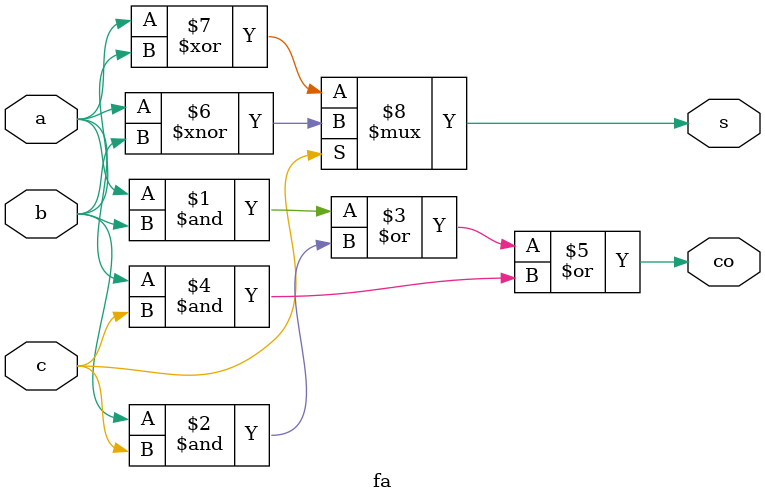
<source format=v>
`timescale 1 ns / 10ps



module fa(
    input a,
    input b,
    input c,
    output co,
    output s
);

assign co = (a&b)|(b&c)|(a&c);
assign s = c ? (a ^~ b) : (a ^ b);

endmodule

</source>
